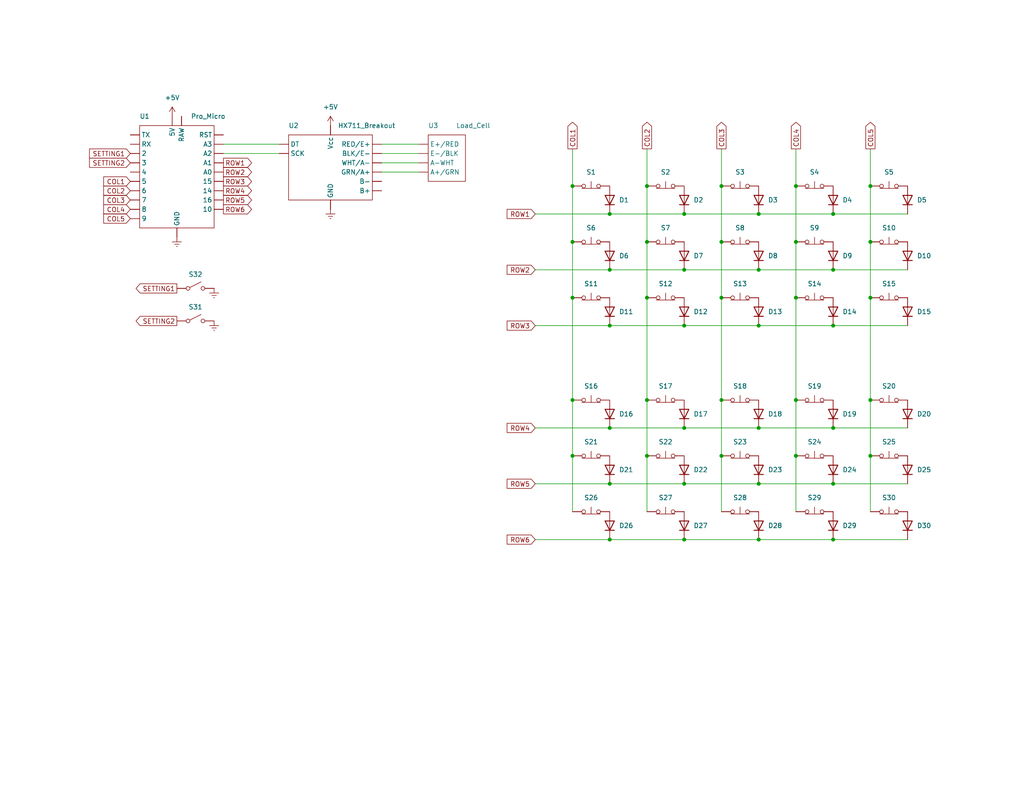
<source format=kicad_sch>
(kicad_sch (version 20211123) (generator eeschema)
  (paper "USLetter")
  (title_block (title "Midi Concertina") (rev "1"))
  (lib_symbols
    (symbol "Diode:1N4148" (pin_numbers hide) (pin_names (offset 1.016) hide)
      (property "Reference" "D" (at 0 2.54 0))
      (property "Value" "1N4148" (at 0 -2.54 0))
      (symbol "1N4148_0_1"
        (polyline (pts (xy -1.27 1.27) (xy -1.27 -1.27)) (stroke (width 0.254)))
        (polyline (pts (xy 1.27 0) (xy -1.27 0)))
        (polyline (pts (xy 1.27 1.27) (xy 1.27 -1.27) (xy -1.27 0) (xy 1.27 1.27)) (stroke (width 0.254)))
      )
      (symbol "1N4148_1_1"
        (pin passive line (at -3.81 0 0) (length 2.54) (name "K") (number "1"))
        (pin passive line (at 3.81 0 180) (length 2.54) (name "A") (number "2"))
      )
    )
    (symbol "MidiConcertinaParts:HX711_Breakout" (pin_numbers hide)
      (property "Reference" "U" (at -11.43 11.43 0))
      (property "Value" "HX711_Breakout" (at 2.54 11.43 0))
      (symbol "HX711_Breakout_0_1"
        (rectangle (start -11.43 8.89) (end 11.43 -8.89))
      )
      (symbol "HX711_Breakout_1_1"
        (pin power_in line (at 0 -11.43 90) (length 2.54) (name "GND") (number ""))
        (pin input line (at -13.97 3.81 0) (length 2.54) (name "SCK") (number ""))
        (pin power_in line (at 0 11.43 270) (length 2.54) (name "Vcc") (number ""))
        (pin input line (at 13.97 -1.27 180) (length 2.54) (name "GRN/A+") (number "A+"))
        (pin input line (at 13.97 1.27 180) (length 2.54) (name "WHT/A-") (number "A-"))
        (pin input line (at 13.97 -6.35 180) (length 2.54) (name "B+") (number "B+"))
        (pin input line (at 13.97 -3.81 180) (length 2.54) (name "B-") (number "B-"))
        (pin output line (at -13.97 6.35 0) (length 2.54) (name "DT") (number "DT"))
        (pin power_out line (at 13.97 6.35 180) (length 2.54) (name "RED/E+") (number "E+"))
        (pin power_out line (at 13.97 3.81 180) (length 2.54) (name "BLK/E-") (number "E-"))
      )
    )
    (symbol "MidiConcertinaParts:Load_Cell" (pin_numbers hide)
      (property "Reference" "U" (at -5.08 8.89 0))
      (property "Value" "Load_Cell" (at -5.08 -8.89 0))
      (symbol "Load_Cell_0_1"
        (rectangle (start -5.08 6.35) (end 5.08 -6.35))
      )
      (symbol "Load_Cell_1_1"
        (pin output line (at -7.62 -3.81 0) (length 2.54) (name "A+/GRN") (number ""))
        (pin output line (at -7.62 -1.27 0) (length 2.54) (name "A-WHT") (number ""))
        (pin power_in line (at -7.62 3.81 0) (length 2.54) (name "E+/RED") (number ""))
        (pin power_in line (at -7.62 1.27 0) (length 2.54) (name "E-/BLK") (number ""))
      )
    )
    (symbol "MidiConcertinaParts:Pro_Micro" (pin_numbers hide)
      (property "Reference" "U" (at 0 1.27 0))
      (property "Value" "Pro_Micro" (at 0 -1.27 0))
      (symbol "Pro_Micro_0_1"
        (rectangle (start -10.16 13.97) (end 10.16 -13.97))
      )
      (symbol "Pro_Micro_1_1"
        (pin bidirectional line (at 12.7 -8.89 180) (length 2.54) (name "10") (number "10"))
        (pin bidirectional line (at 12.7 -3.81 180) (length 2.54) (name "14") (number "14"))
        (pin bidirectional line (at 12.7 -1.27 180) (length 2.54) (name "15") (number "15"))
        (pin bidirectional line (at 12.7 -6.35 180) (length 2.54) (name "16") (number "16"))
        (pin bidirectional line (at -12.7 6.35 0) (length 2.54) (name "2") (number "2"))
        (pin bidirectional line (at -12.7 3.81 0) (length 2.54) (name "3") (number "3"))
        (pin bidirectional line (at -12.7 1.27 0) (length 2.54) (name "4") (number "4"))
        (pin bidirectional line (at -12.7 -1.27 0) (length 2.54) (name "5") (number "5"))
        (pin power_out line (at -1.27 16.51 270) (length 2.54) (name "5V") (number "5V"))
        (pin bidirectional line (at -12.7 -3.81 0) (length 2.54) (name "6") (number "6"))
        (pin bidirectional line (at -12.7 -6.35 0) (length 2.54) (name "7") (number "7"))
        (pin bidirectional line (at -12.7 -8.89 0) (length 2.54) (name "8") (number "8"))
        (pin bidirectional line (at -12.7 -11.43 0) (length 2.54) (name "9") (number "9"))
        (pin bidirectional line (at 12.7 1.27 180) (length 2.54) (name "A0") (number "A0"))
        (pin bidirectional line (at 12.7 3.81 180) (length 2.54) (name "A1") (number "A1"))
        (pin bidirectional line (at 12.7 6.35 180) (length 2.54) (name "A2") (number "A2"))
        (pin bidirectional line (at 12.7 8.89 180) (length 2.54) (name "A3") (number "A3"))
        (pin power_out line (at 0 -16.51 90) (length 2.54) (name "GND") (number "GND"))
        (pin power_out line (at 1.27 16.51 270) (length 2.54) (name "RAW") (number "RAW"))
        (pin bidirectional line (at 12.7 11.43 180) (length 2.54) (name "RST") (number "RST"))
        (pin bidirectional line (at -12.7 8.89 0) (length 2.54) (name "RX") (number "RX"))
        (pin bidirectional line (at -12.7 11.43 0) (length 2.54) (name "TX") (number "TX"))
      )
    )
    (symbol "Switch:SW_Push_Open" (pin_numbers hide) (pin_names (offset 1.016) hide)
      (property "Reference" "SW" (at 0 2.54 0))
      (property "Value" "SW_Push_Open" (at 0 -1.905 0))
      (symbol "SW_Push_Open_0_1"
        (circle (center -2.032 0) (radius 0.508))
        (polyline (pts (xy -2.54 -0.635) (xy 2.54 -0.635)))
        (polyline (pts (xy 0 -0.635) (xy 0 1.27)))
        (circle (center 2.032 0) (radius 0.508))
        (pin passive line (at -5.08 0 0) (length 2.54) (name "A") (number "1"))
      )
      (symbol "SW_Push_Open_1_1"
        (pin passive line (at 5.08 0 180) (length 2.54) (name "B") (number "2"))
      )
    )
    (symbol "Switch:SW_SPST" (pin_numbers hide) (pin_names (offset 0) hide)
      (property "Reference" "SW" (at 0 3.175 0))
      (property "Value" "SW_SPST" (at 0 -2.54 0))
      (symbol "SW_SPST_0_0"
        (circle (center -2.032 0) (radius 0.508))
        (polyline (pts (xy -1.524 0.254) (xy 1.524 1.778)))
        (circle (center 2.032 0) (radius 0.508))
      )
      (symbol "SW_SPST_1_1"
        (pin passive line (at -5.08 0 0) (length 2.54) (name "A") (number "1"))
        (pin passive line (at 5.08 0 180) (length 2.54) (name "B") (number "2"))
      )
    )
    (symbol "power:+5V" (power) (pin_names (offset 0))
      (property "Value" "+5V" (at 0 3.556 0))
      (symbol "+5V_0_1"
        (polyline (pts (xy -0.762 1.27) (xy 0 2.54)))
        (polyline (pts (xy 0 0) (xy 0 2.54)))
        (polyline (pts (xy 0 2.54) (xy 0.762 1.27)))
      )
      (symbol "+5V_1_1"
        (pin power_in line (at 0 0 90) (length 0) hide (name "+5V") (number "1"))
      )
    )
    (symbol "power:Earth" (power) (pin_names (offset 0))
      (symbol "Earth_0_1"
        (polyline (pts (xy -0.635 -1.905) (xy 0.635 -1.905)))
        (polyline (pts (xy -0.127 -2.54) (xy 0.127 -2.54)))
        (polyline (pts (xy 0 -1.27) (xy 0 0)))
        (polyline (pts (xy 1.27 -1.27) (xy -1.27 -1.27)))
      )
      (symbol "Earth_1_1"
        (pin power_in line (at 0 0 270) (length 0) hide (name "Earth") (number "1"))
      )
    )
  )
  (junction (at 207.01 73.66))
  (junction (at 176.53 81.28))
  (junction (at 186.69 116.84))
  (junction (at 237.49 124.46))
  (junction (at 196.85 124.46))
  (junction (at 156.21 124.46))
  (junction (at 237.49 66.04))
  (junction (at 156.21 81.28))
  (junction (at 186.69 73.66))
  (junction (at 207.01 132.08))
  (junction (at 166.37 147.32))
  (junction (at 196.85 50.8))
  (junction (at 227.33 147.32))
  (junction (at 196.85 109.22))
  (junction (at 196.85 66.04))
  (junction (at 217.17 124.46))
  (junction (at 207.01 116.84))
  (junction (at 166.37 116.84))
  (junction (at 156.21 109.22))
  (junction (at 207.01 88.9))
  (junction (at 186.69 58.42))
  (junction (at 186.69 147.32))
  (junction (at 156.21 50.8))
  (junction (at 207.01 58.42))
  (junction (at 186.69 132.08))
  (junction (at 207.01 147.32))
  (junction (at 237.49 50.8))
  (junction (at 166.37 58.42))
  (junction (at 237.49 81.28))
  (junction (at 156.21 66.04))
  (junction (at 217.17 66.04))
  (junction (at 227.33 88.9))
  (junction (at 166.37 88.9))
  (junction (at 176.53 50.8))
  (junction (at 227.33 58.42))
  (junction (at 217.17 50.8))
  (junction (at 227.33 73.66))
  (junction (at 227.33 132.08))
  (junction (at 227.33 116.84))
  (junction (at 186.69 88.9))
  (junction (at 176.53 124.46))
  (junction (at 176.53 109.22))
  (junction (at 166.37 132.08))
  (junction (at 217.17 81.28))
  (junction (at 166.37 73.66))
  (junction (at 217.17 109.22))
  (junction (at 196.85 81.28))
  (junction (at 176.53 66.04))
  (junction (at 237.49 109.22))
  (wire (pts (xy 227.33 147.32) (xy 247.65 147.32)))
  (wire (pts (xy 146.05 116.84) (xy 166.37 116.84)))
  (wire (pts (xy 186.69 116.84) (xy 207.01 116.84)))
  (wire (pts (xy 237.49 109.22) (xy 237.49 124.46)))
  (wire (pts (xy 114.3 41.91) (xy 104.14 41.91)))
  (wire (pts (xy 196.85 81.28) (xy 196.85 109.22)))
  (wire (pts (xy 176.53 124.46) (xy 176.53 139.7)))
  (wire (pts (xy 227.33 58.42) (xy 247.65 58.42)))
  (wire (pts (xy 237.49 40.64) (xy 237.49 50.8)))
  (wire (pts (xy 114.3 44.45) (xy 104.14 44.45)))
  (wire (pts (xy 207.01 88.9) (xy 227.33 88.9)))
  (wire (pts (xy 156.21 81.28) (xy 156.21 109.22)))
  (wire (pts (xy 176.53 50.8) (xy 176.53 66.04)))
  (wire (pts (xy 207.01 132.08) (xy 227.33 132.08)))
  (wire (pts (xy 114.3 39.37) (xy 104.14 39.37)))
  (wire (pts (xy 217.17 109.22) (xy 217.17 124.46)))
  (wire (pts (xy 146.05 132.08) (xy 166.37 132.08)))
  (wire (pts (xy 237.49 50.8) (xy 237.49 66.04)))
  (wire (pts (xy 237.49 66.04) (xy 237.49 81.28)))
  (wire (pts (xy 166.37 147.32) (xy 186.69 147.32)))
  (wire (pts (xy 186.69 132.08) (xy 207.01 132.08)))
  (wire (pts (xy 146.05 58.42) (xy 166.37 58.42)))
  (wire (pts (xy 146.05 88.9) (xy 166.37 88.9)))
  (wire (pts (xy 176.53 40.64) (xy 176.53 50.8)))
  (wire (pts (xy 227.33 132.08) (xy 247.65 132.08)))
  (wire (pts (xy 156.21 124.46) (xy 156.21 139.7)))
  (wire (pts (xy 227.33 73.66) (xy 247.65 73.66)))
  (wire (pts (xy 114.3 46.99) (xy 104.14 46.99)))
  (wire (pts (xy 207.01 58.42) (xy 227.33 58.42)))
  (wire (pts (xy 217.17 124.46) (xy 217.17 139.7)))
  (wire (pts (xy 146.05 147.32) (xy 166.37 147.32)))
  (wire (pts (xy 186.69 58.42) (xy 207.01 58.42)))
  (wire (pts (xy 60.96 39.37) (xy 76.2 39.37)))
  (wire (pts (xy 156.21 66.04) (xy 156.21 81.28)))
  (wire (pts (xy 60.96 41.91) (xy 76.2 41.91)))
  (wire (pts (xy 166.37 73.66) (xy 186.69 73.66)))
  (wire (pts (xy 176.53 109.22) (xy 176.53 124.46)))
  (wire (pts (xy 217.17 81.28) (xy 217.17 109.22)))
  (wire (pts (xy 166.37 88.9) (xy 186.69 88.9)))
  (wire (pts (xy 217.17 50.8) (xy 217.17 66.04)))
  (wire (pts (xy 196.85 50.8) (xy 196.85 66.04)))
  (wire (pts (xy 207.01 73.66) (xy 227.33 73.66)))
  (wire (pts (xy 237.49 124.46) (xy 237.49 139.7)))
  (wire (pts (xy 176.53 81.28) (xy 176.53 109.22)))
  (wire (pts (xy 196.85 66.04) (xy 196.85 81.28)))
  (wire (pts (xy 186.69 73.66) (xy 207.01 73.66)))
  (wire (pts (xy 217.17 66.04) (xy 217.17 81.28)))
  (wire (pts (xy 207.01 116.84) (xy 227.33 116.84)))
  (wire (pts (xy 207.01 147.32) (xy 227.33 147.32)))
  (wire (pts (xy 227.33 88.9) (xy 247.65 88.9)))
  (wire (pts (xy 186.69 147.32) (xy 207.01 147.32)))
  (wire (pts (xy 156.21 50.8) (xy 156.21 66.04)))
  (wire (pts (xy 196.85 109.22) (xy 196.85 124.46)))
  (wire (pts (xy 196.85 40.64) (xy 196.85 50.8)))
  (wire (pts (xy 176.53 66.04) (xy 176.53 81.28)))
  (wire (pts (xy 227.33 116.84) (xy 247.65 116.84)))
  (wire (pts (xy 186.69 88.9) (xy 207.01 88.9)))
  (wire (pts (xy 217.17 40.64) (xy 217.17 50.8)))
  (wire (pts (xy 156.21 109.22) (xy 156.21 124.46)))
  (wire (pts (xy 196.85 124.46) (xy 196.85 139.7)))
  (wire (pts (xy 146.05 73.66) (xy 166.37 73.66)))
  (wire (pts (xy 237.49 81.28) (xy 237.49 109.22)))
  (wire (pts (xy 166.37 132.08) (xy 186.69 132.08)))
  (wire (pts (xy 156.21 40.64) (xy 156.21 50.8)))
  (wire (pts (xy 166.37 58.42) (xy 186.69 58.42)))
  (wire (pts (xy 166.37 116.84) (xy 186.69 116.84)))
  (global_label "COL2" (shape output) (at 176.53 40.64 90) (property "Intersheet References" "${INTERSHEET_REFS}" (effects hide)))
  (global_label "COL1" (shape output) (at 156.21 40.64 90) (property "Intersheet References" "${INTERSHEET_REFS}" (effects hide)))
  (global_label "ROW1" (shape output) (at 60.96 44.45 0) (property "Intersheet References" "${INTERSHEET_REFS}" (effects hide)))
  (global_label "ROW5" (shape input) (at 146.05 132.08 180) (property "Intersheet References" "${INTERSHEET_REFS}" (effects hide)))
  (global_label "ROW5" (shape output) (at 60.96 54.61 0) (property "Intersheet References" "${INTERSHEET_REFS}" (effects hide)))
  (global_label "SETTING1" (shape output) (at 48.26 78.74 180) (property "Intersheet References" "${INTERSHEET_REFS}" (effects hide)))
  (global_label "ROW2" (shape output) (at 60.96 46.99 0) (property "Intersheet References" "${INTERSHEET_REFS}" (effects hide)))
  (global_label "COL4" (shape output) (at 217.17 40.64 90) (property "Intersheet References" "${INTERSHEET_REFS}" (effects hide)))
  (global_label "ROW2" (shape input) (at 146.05 73.66 180) (property "Intersheet References" "${INTERSHEET_REFS}" (effects hide)))
  (global_label "COL5" (shape output) (at 237.49 40.64 90) (property "Intersheet References" "${INTERSHEET_REFS}" (effects hide)))
  (global_label "COL1" (shape input) (at 35.56 49.53 180) (property "Intersheet References" "${INTERSHEET_REFS}" (effects hide)))
  (global_label "SETTING2" (shape input) (at 35.56 44.45 180) (property "Intersheet References" "${INTERSHEET_REFS}" (effects hide)))
  (global_label "ROW1" (shape input) (at 146.05 58.42 180) (property "Intersheet References" "${INTERSHEET_REFS}" (effects hide)))
  (global_label "COL3" (shape output) (at 196.85 40.64 90) (property "Intersheet References" "${INTERSHEET_REFS}" (effects hide)))
  (global_label "ROW4" (shape input) (at 146.05 116.84 180) (property "Intersheet References" "${INTERSHEET_REFS}" (effects hide)))
  (global_label "COL3" (shape input) (at 35.56 54.61 180) (property "Intersheet References" "${INTERSHEET_REFS}" (effects hide)))
  (global_label "SETTING1" (shape input) (at 35.56 41.91 180) (property "Intersheet References" "${INTERSHEET_REFS}" (effects hide)))
  (global_label "ROW3" (shape output) (at 60.96 49.53 0) (property "Intersheet References" "${INTERSHEET_REFS}" (effects hide)))
  (global_label "ROW6" (shape output) (at 60.96 57.15 0) (property "Intersheet References" "${INTERSHEET_REFS}" (effects hide)))
  (global_label "COL2" (shape input) (at 35.56 52.07 180) (property "Intersheet References" "${INTERSHEET_REFS}" (effects hide)))
  (global_label "COL4" (shape input) (at 35.56 57.15 180) (property "Intersheet References" "${INTERSHEET_REFS}" (effects hide)))
  (global_label "SETTING2" (shape output) (at 48.26 87.63 180) (property "Intersheet References" "${INTERSHEET_REFS}" (effects hide)))
  (global_label "ROW6" (shape input) (at 146.05 147.32 180) (property "Intersheet References" "${INTERSHEET_REFS}" (effects hide)))
  (global_label "ROW3" (shape input) (at 146.05 88.9 180) (property "Intersheet References" "${INTERSHEET_REFS}" (effects hide)))
  (global_label "COL5" (shape input) (at 35.56 59.69 180) (property "Intersheet References" "${INTERSHEET_REFS}" (effects hide)))
  (global_label "ROW4" (shape output) (at 60.96 52.07 0) (property "Intersheet References" "${INTERSHEET_REFS}" (effects hide)))
  (symbol (lib_id "Switch:SW_Push_Open") (at 222.25 66.04 0) (unit 1)
    (property "Reference" "S9" (at 222.25 62.23 0))
    (property "Value" "SW_Push_Open" (effects hide))
  )
  (symbol (lib_id "Diode:1N4148") (at 227.33 143.51 90) (unit 1)
    (property "Reference" "D29" (at 229.87 143.5099 90) (effects (justify right)))
    (property "Value" "1N4148" (effects hide))
    (property "Footprint" "Diode_THT:D_DO-35_SOD27_P7.62mm_Horizontal" (effects hide))
    (property "Datasheet" "https://assets.nexperia.com/documents/data-sheet/1N4148_1N4448.pdf" (effects hide))
  )
  (symbol (lib_id "Switch:SW_Push_Open") (at 242.57 109.22 0) (unit 1)
    (property "Reference" "S20" (at 242.57 105.41 0))
    (property "Value" "SW_Push_Open" (effects hide))
  )
  (symbol (lib_id "Diode:1N4148") (at 247.65 54.61 90) (unit 1)
    (property "Reference" "D5" (at 250.19 54.6099 90) (effects (justify right)))
    (property "Value" "1N4148" (effects hide))
    (property "Footprint" "Diode_THT:D_DO-35_SOD27_P7.62mm_Horizontal" (effects hide))
    (property "Datasheet" "https://assets.nexperia.com/documents/data-sheet/1N4148_1N4448.pdf" (effects hide))
  )
  (symbol (lib_id "Switch:SW_Push_Open") (at 222.25 124.46 0) (unit 1)
    (property "Reference" "S24" (at 222.25 120.65 0))
    (property "Value" "SW_Push_Open" (effects hide))
  )
  (symbol (lib_id "Switch:SW_Push_Open") (at 161.29 50.8 0) (unit 1)
    (property "Reference" "S1" (at 161.29 46.99 0))
    (property "Value" "SW_Push_Open" (effects hide))
  )
  (symbol (lib_id "Diode:1N4148") (at 207.01 128.27 90) (unit 1)
    (property "Reference" "D23" (at 209.55 128.2699 90) (effects (justify right)))
    (property "Value" "1N4148" (effects hide))
    (property "Footprint" "Diode_THT:D_DO-35_SOD27_P7.62mm_Horizontal" (effects hide))
    (property "Datasheet" "https://assets.nexperia.com/documents/data-sheet/1N4148_1N4448.pdf" (effects hide))
  )
  (symbol (lib_id "Diode:1N4148") (at 166.37 128.27 90) (unit 1)
    (property "Reference" "D21" (at 168.91 128.2699 90) (effects (justify right)))
    (property "Value" "1N4148" (effects hide))
    (property "Footprint" "Diode_THT:D_DO-35_SOD27_P7.62mm_Horizontal" (effects hide))
    (property "Datasheet" "https://assets.nexperia.com/documents/data-sheet/1N4148_1N4448.pdf" (effects hide))
  )
  (symbol (lib_id "power:Earth") (at 58.42 87.63 0) (unit 1)
    (property "Reference" "#PWR?" (effects hide))
    (property "Value" "Earth" (effects hide))
  )
  (symbol (lib_id "Diode:1N4148") (at 227.33 54.61 90) (unit 1)
    (property "Reference" "D4" (at 229.87 54.6099 90) (effects (justify right)))
    (property "Value" "1N4148" (effects hide))
    (property "Footprint" "Diode_THT:D_DO-35_SOD27_P7.62mm_Horizontal" (effects hide))
    (property "Datasheet" "https://assets.nexperia.com/documents/data-sheet/1N4148_1N4448.pdf" (effects hide))
  )
  (symbol (lib_id "power:+5V") (at 46.99 31.75 0) (unit 1)
    (property "Reference" "#PWR?" (effects hide))
    (property "Value" "+5V" (at 46.99 26.67 0))
  )
  (symbol (lib_id "Switch:SW_Push_Open") (at 222.25 139.7 0) (unit 1)
    (property "Reference" "S29" (at 222.25 135.89 0))
    (property "Value" "SW_Push_Open" (effects hide))
  )
  (symbol (lib_id "Switch:SW_Push_Open") (at 201.93 139.7 0) (unit 1)
    (property "Reference" "S28" (at 201.93 135.89 0))
    (property "Value" "SW_Push_Open" (effects hide))
  )
  (symbol (lib_id "Switch:SW_Push_Open") (at 201.93 50.8 0) (unit 1)
    (property "Reference" "S3" (at 201.93 46.99 0))
    (property "Value" "SW_Push_Open" (effects hide))
  )
  (symbol (lib_id "MidiConcertinaParts:Pro_Micro") (at 48.26 48.26 0) (unit 1)
    (property "Reference" "U1" (at 38.1 31.75 0) (effects (justify left)))
    (property "Value" "Pro_Micro" (at 52.07 31.75 0) (effects (justify left)))
  )
  (symbol (lib_id "Switch:SW_Push_Open") (at 201.93 81.28 0) (unit 1)
    (property "Reference" "S13" (at 201.93 77.47 0))
    (property "Value" "SW_Push_Open" (effects hide))
  )
  (symbol (lib_id "Diode:1N4148") (at 186.69 128.27 90) (unit 1)
    (property "Reference" "D22" (at 189.23 128.2699 90) (effects (justify right)))
    (property "Value" "1N4148" (effects hide))
    (property "Footprint" "Diode_THT:D_DO-35_SOD27_P7.62mm_Horizontal" (effects hide))
    (property "Datasheet" "https://assets.nexperia.com/documents/data-sheet/1N4148_1N4448.pdf" (effects hide))
  )
  (symbol (lib_id "Switch:SW_Push_Open") (at 242.57 139.7 0) (unit 1)
    (property "Reference" "S30" (at 242.57 135.89 0))
    (property "Value" "SW_Push_Open" (effects hide))
  )
  (symbol (lib_id "Diode:1N4148") (at 166.37 54.61 90) (unit 1)
    (property "Reference" "D1" (at 168.91 54.6099 90) (effects (justify right)))
    (property "Value" "1N4148" (effects hide))
    (property "Footprint" "Diode_THT:D_DO-35_SOD27_P7.62mm_Horizontal" (effects hide))
    (property "Datasheet" "https://assets.nexperia.com/documents/data-sheet/1N4148_1N4448.pdf" (effects hide))
  )
  (symbol (lib_id "Diode:1N4148") (at 247.65 128.27 90) (unit 1)
    (property "Reference" "D25" (at 250.19 128.2699 90) (effects (justify right)))
    (property "Value" "1N4148" (effects hide))
    (property "Footprint" "Diode_THT:D_DO-35_SOD27_P7.62mm_Horizontal" (effects hide))
    (property "Datasheet" "https://assets.nexperia.com/documents/data-sheet/1N4148_1N4448.pdf" (effects hide))
  )
  (symbol (lib_id "Diode:1N4148") (at 186.69 54.61 90) (unit 1)
    (property "Reference" "D2" (at 189.23 54.6099 90) (effects (justify right)))
    (property "Value" "1N4148" (effects hide))
    (property "Footprint" "Diode_THT:D_DO-35_SOD27_P7.62mm_Horizontal" (effects hide))
    (property "Datasheet" "https://assets.nexperia.com/documents/data-sheet/1N4148_1N4448.pdf" (effects hide))
  )
  (symbol (lib_id "Switch:SW_Push_Open") (at 222.25 109.22 0) (unit 1)
    (property "Reference" "S19" (at 222.25 105.41 0))
    (property "Value" "SW_Push_Open" (effects hide))
  )
  (symbol (lib_id "Diode:1N4148") (at 247.65 85.09 90) (unit 1)
    (property "Reference" "D15" (at 250.19 85.0899 90) (effects (justify right)))
    (property "Value" "1N4148" (effects hide))
    (property "Footprint" "Diode_THT:D_DO-35_SOD27_P7.62mm_Horizontal" (effects hide))
    (property "Datasheet" "https://assets.nexperia.com/documents/data-sheet/1N4148_1N4448.pdf" (effects hide))
  )
  (symbol (lib_id "Switch:SW_Push_Open") (at 181.61 109.22 0) (unit 1)
    (property "Reference" "S17" (at 181.61 105.41 0))
    (property "Value" "SW_Push_Open" (effects hide))
  )
  (symbol (lib_id "Switch:SW_Push_Open") (at 222.25 50.8 0) (unit 1)
    (property "Reference" "S4" (at 222.25 46.99 0))
    (property "Value" "SW_Push_Open" (effects hide))
  )
  (symbol (lib_id "Switch:SW_Push_Open") (at 161.29 124.46 0) (unit 1)
    (property "Reference" "S21" (at 161.29 120.65 0))
    (property "Value" "SW_Push_Open" (effects hide))
  )
  (symbol (lib_id "Switch:SW_Push_Open") (at 161.29 81.28 0) (unit 1)
    (property "Reference" "S11" (at 161.29 77.47 0))
    (property "Value" "SW_Push_Open" (effects hide))
  )
  (symbol (lib_id "Diode:1N4148") (at 207.01 113.03 90) (unit 1)
    (property "Reference" "D18" (at 209.55 113.0299 90) (effects (justify right)))
    (property "Value" "1N4148" (effects hide))
    (property "Footprint" "Diode_THT:D_DO-35_SOD27_P7.62mm_Horizontal" (effects hide))
    (property "Datasheet" "https://assets.nexperia.com/documents/data-sheet/1N4148_1N4448.pdf" (effects hide))
  )
  (symbol (lib_id "Switch:SW_Push_Open") (at 222.25 81.28 0) (unit 1)
    (property "Reference" "S14" (at 222.25 77.47 0))
    (property "Value" "SW_Push_Open" (effects hide))
  )
  (symbol (lib_id "Switch:SW_Push_Open") (at 201.93 124.46 0) (unit 1)
    (property "Reference" "S23" (at 201.93 120.65 0))
    (property "Value" "SW_Push_Open" (effects hide))
  )
  (symbol (lib_id "Diode:1N4148") (at 186.69 69.85 90) (unit 1)
    (property "Reference" "D7" (at 189.23 69.8499 90) (effects (justify right)))
    (property "Value" "1N4148" (effects hide))
    (property "Footprint" "Diode_THT:D_DO-35_SOD27_P7.62mm_Horizontal" (effects hide))
    (property "Datasheet" "https://assets.nexperia.com/documents/data-sheet/1N4148_1N4448.pdf" (effects hide))
  )
  (symbol (lib_id "Switch:SW_Push_Open") (at 161.29 66.04 0) (unit 1)
    (property "Reference" "S6" (at 161.29 62.23 0))
    (property "Value" "SW_Push_Open" (effects hide))
  )
  (symbol (lib_id "Diode:1N4148") (at 247.65 113.03 90) (unit 1)
    (property "Reference" "D20" (at 250.19 113.0299 90) (effects (justify right)))
    (property "Value" "1N4148" (effects hide))
    (property "Footprint" "Diode_THT:D_DO-35_SOD27_P7.62mm_Horizontal" (effects hide))
    (property "Datasheet" "https://assets.nexperia.com/documents/data-sheet/1N4148_1N4448.pdf" (effects hide))
  )
  (symbol (lib_id "Switch:SW_Push_Open") (at 181.61 50.8 0) (unit 1)
    (property "Reference" "S2" (at 181.61 46.99 0))
    (property "Value" "SW_Push_Open" (effects hide))
  )
  (symbol (lib_id "Diode:1N4148") (at 207.01 85.09 90) (unit 1)
    (property "Reference" "D13" (at 209.55 85.0899 90) (effects (justify right)))
    (property "Value" "1N4148" (effects hide))
    (property "Footprint" "Diode_THT:D_DO-35_SOD27_P7.62mm_Horizontal" (effects hide))
    (property "Datasheet" "https://assets.nexperia.com/documents/data-sheet/1N4148_1N4448.pdf" (effects hide))
  )
  (symbol (lib_id "MidiConcertinaParts:Load_Cell") (at 121.92 43.18 0) (unit 1)
    (property "Reference" "U3" (at 116.84 34.29 0) (effects (justify left)))
    (property "Value" "Load_Cell" (at 124.46 34.29 0) (effects (justify left)))
  )
  (symbol (lib_id "Switch:SW_Push_Open") (at 242.57 50.8 0) (unit 1)
    (property "Reference" "S5" (at 242.57 46.99 0))
    (property "Value" "SW_Push_Open" (effects hide))
  )
  (symbol (lib_id "Switch:SW_SPST") (at 53.34 87.63 0) (unit 1)
    (property "Reference" "S31" (at 53.34 83.82 0))
    (property "Value" "SW_SPST" (effects hide))
  )
  (symbol (lib_id "Diode:1N4148") (at 227.33 128.27 90) (unit 1)
    (property "Reference" "D24" (at 229.87 128.2699 90) (effects (justify right)))
    (property "Value" "1N4148" (effects hide))
    (property "Footprint" "Diode_THT:D_DO-35_SOD27_P7.62mm_Horizontal" (effects hide))
    (property "Datasheet" "https://assets.nexperia.com/documents/data-sheet/1N4148_1N4448.pdf" (effects hide))
  )
  (symbol (lib_id "Switch:SW_Push_Open") (at 201.93 109.22 0) (unit 1)
    (property "Reference" "S18" (at 201.93 105.41 0))
    (property "Value" "SW_Push_Open" (effects hide))
  )
  (symbol (lib_id "Switch:SW_Push_Open") (at 181.61 81.28 0) (unit 1)
    (property "Reference" "S12" (at 181.61 77.47 0))
    (property "Value" "SW_Push_Open" (effects hide))
  )
  (symbol (lib_id "Diode:1N4148") (at 207.01 54.61 90) (unit 1)
    (property "Reference" "D3" (at 209.55 54.6099 90) (effects (justify right)))
    (property "Value" "1N4148" (effects hide))
    (property "Footprint" "Diode_THT:D_DO-35_SOD27_P7.62mm_Horizontal" (effects hide))
    (property "Datasheet" "https://assets.nexperia.com/documents/data-sheet/1N4148_1N4448.pdf" (effects hide))
  )
  (symbol (lib_id "Diode:1N4148") (at 186.69 113.03 90) (unit 1)
    (property "Reference" "D17" (at 189.23 113.0299 90) (effects (justify right)))
    (property "Value" "1N4148" (effects hide))
    (property "Footprint" "Diode_THT:D_DO-35_SOD27_P7.62mm_Horizontal" (effects hide))
    (property "Datasheet" "https://assets.nexperia.com/documents/data-sheet/1N4148_1N4448.pdf" (effects hide))
  )
  (symbol (lib_id "Switch:SW_Push_Open") (at 181.61 139.7 0) (unit 1)
    (property "Reference" "S27" (at 181.61 135.89 0))
    (property "Value" "SW_Push_Open" (effects hide))
  )
  (symbol (lib_id "Switch:SW_Push_Open") (at 161.29 109.22 0) (unit 1)
    (property "Reference" "S16" (at 161.29 105.41 0))
    (property "Value" "SW_Push_Open" (effects hide))
  )
  (symbol (lib_id "Diode:1N4148") (at 227.33 85.09 90) (unit 1)
    (property "Reference" "D14" (at 229.87 85.0899 90) (effects (justify right)))
    (property "Value" "1N4148" (effects hide))
    (property "Footprint" "Diode_THT:D_DO-35_SOD27_P7.62mm_Horizontal" (effects hide))
    (property "Datasheet" "https://assets.nexperia.com/documents/data-sheet/1N4148_1N4448.pdf" (effects hide))
  )
  (symbol (lib_id "Switch:SW_Push_Open") (at 181.61 124.46 0) (unit 1)
    (property "Reference" "S22" (at 181.61 120.65 0))
    (property "Value" "SW_Push_Open" (effects hide))
  )
  (symbol (lib_id "Diode:1N4148") (at 227.33 113.03 90) (unit 1)
    (property "Reference" "D19" (at 229.87 113.0299 90) (effects (justify right)))
    (property "Value" "1N4148" (effects hide))
    (property "Footprint" "Diode_THT:D_DO-35_SOD27_P7.62mm_Horizontal" (effects hide))
    (property "Datasheet" "https://assets.nexperia.com/documents/data-sheet/1N4148_1N4448.pdf" (effects hide))
  )
  (symbol (lib_id "Switch:SW_Push_Open") (at 242.57 66.04 0) (unit 1)
    (property "Reference" "S10" (at 242.57 62.23 0))
    (property "Value" "SW_Push_Open" (effects hide))
  )
  (symbol (lib_id "Switch:SW_SPST") (at 53.34 78.74 0) (unit 1)
    (property "Reference" "S32" (at 53.34 74.93 0))
    (property "Value" "SW_SPST" (effects hide))
  )
  (symbol (lib_id "power:+5V") (at 90.17 34.29 0) (unit 1)
    (property "Reference" "#PWR?" (effects hide))
    (property "Value" "+5V" (at 90.17 29.21 0))
  )
  (symbol (lib_id "power:Earth") (at 58.42 78.74 0) (unit 1)
    (property "Reference" "#PWR?" (effects hide))
    (property "Value" "Earth" (effects hide))
  )
  (symbol (lib_id "Diode:1N4148") (at 186.69 143.51 90) (unit 1)
    (property "Reference" "D27" (at 189.23 143.5099 90) (effects (justify right)))
    (property "Value" "1N4148" (effects hide))
    (property "Footprint" "Diode_THT:D_DO-35_SOD27_P7.62mm_Horizontal" (effects hide))
    (property "Datasheet" "https://assets.nexperia.com/documents/data-sheet/1N4148_1N4448.pdf" (effects hide))
  )
  (symbol (lib_id "Diode:1N4148") (at 166.37 85.09 90) (unit 1)
    (property "Reference" "D11" (at 168.91 85.0899 90) (effects (justify right)))
    (property "Value" "1N4148" (effects hide))
    (property "Footprint" "Diode_THT:D_DO-35_SOD27_P7.62mm_Horizontal" (effects hide))
    (property "Datasheet" "https://assets.nexperia.com/documents/data-sheet/1N4148_1N4448.pdf" (effects hide))
  )
  (symbol (lib_id "Diode:1N4148") (at 207.01 143.51 90) (unit 1)
    (property "Reference" "D28" (at 209.55 143.5099 90) (effects (justify right)))
    (property "Value" "1N4148" (effects hide))
    (property "Footprint" "Diode_THT:D_DO-35_SOD27_P7.62mm_Horizontal" (effects hide))
    (property "Datasheet" "https://assets.nexperia.com/documents/data-sheet/1N4148_1N4448.pdf" (effects hide))
  )
  (symbol (lib_id "Switch:SW_Push_Open") (at 161.29 139.7 0) (unit 1)
    (property "Reference" "S26" (at 161.29 135.89 0))
    (property "Value" "SW_Push_Open" (effects hide))
  )
  (symbol (lib_id "Diode:1N4148") (at 247.65 69.85 90) (unit 1)
    (property "Reference" "D10" (at 250.19 69.8499 90) (effects (justify right)))
    (property "Value" "1N4148" (effects hide))
    (property "Footprint" "Diode_THT:D_DO-35_SOD27_P7.62mm_Horizontal" (effects hide))
    (property "Datasheet" "https://assets.nexperia.com/documents/data-sheet/1N4148_1N4448.pdf" (effects hide))
  )
  (symbol (lib_id "Diode:1N4148") (at 247.65 143.51 90) (unit 1)
    (property "Reference" "D30" (at 250.19 143.5099 90) (effects (justify right)))
    (property "Value" "1N4148" (effects hide))
    (property "Footprint" "Diode_THT:D_DO-35_SOD27_P7.62mm_Horizontal" (effects hide))
    (property "Datasheet" "https://assets.nexperia.com/documents/data-sheet/1N4148_1N4448.pdf" (effects hide))
  )
  (symbol (lib_id "Switch:SW_Push_Open") (at 201.93 66.04 0) (unit 1)
    (property "Reference" "S8" (at 201.93 62.23 0))
    (property "Value" "SW_Push_Open" (effects hide))
  )
  (symbol (lib_id "Diode:1N4148") (at 207.01 69.85 90) (unit 1)
    (property "Reference" "D8" (at 209.55 69.8499 90) (effects (justify right)))
    (property "Value" "1N4148" (effects hide))
    (property "Footprint" "Diode_THT:D_DO-35_SOD27_P7.62mm_Horizontal" (effects hide))
    (property "Datasheet" "https://assets.nexperia.com/documents/data-sheet/1N4148_1N4448.pdf" (effects hide))
  )
  (symbol (lib_id "Switch:SW_Push_Open") (at 242.57 124.46 0) (unit 1)
    (property "Reference" "S25" (at 242.57 120.65 0))
    (property "Value" "SW_Push_Open" (effects hide))
  )
  (symbol (lib_id "Switch:SW_Push_Open") (at 242.57 81.28 0) (unit 1)
    (property "Reference" "S15" (at 242.57 77.47 0))
    (property "Value" "SW_Push_Open" (effects hide))
  )
  (symbol (lib_id "Diode:1N4148") (at 186.69 85.09 90) (unit 1)
    (property "Reference" "D12" (at 189.23 85.0899 90) (effects (justify right)))
    (property "Value" "1N4148" (effects hide))
    (property "Footprint" "Diode_THT:D_DO-35_SOD27_P7.62mm_Horizontal" (effects hide))
    (property "Datasheet" "https://assets.nexperia.com/documents/data-sheet/1N4148_1N4448.pdf" (effects hide))
  )
  (symbol (lib_id "Diode:1N4148") (at 166.37 113.03 90) (unit 1)
    (property "Reference" "D16" (at 168.91 113.0299 90) (effects (justify right)))
    (property "Value" "1N4148" (effects hide))
    (property "Footprint" "Diode_THT:D_DO-35_SOD27_P7.62mm_Horizontal" (effects hide))
    (property "Datasheet" "https://assets.nexperia.com/documents/data-sheet/1N4148_1N4448.pdf" (effects hide))
  )
  (symbol (lib_id "MidiConcertinaParts:HX711_Breakout") (at 90.17 45.72 0) (unit 1)
    (property "Reference" "U2" (at 78.74 34.29 0) (effects (justify left)))
    (property "Value" "HX711_Breakout" (at 92.1894 34.29 0) (effects (justify left)))
  )
  (symbol (lib_id "Diode:1N4148") (at 166.37 143.51 90) (unit 1)
    (property "Reference" "D26" (at 168.91 143.5099 90) (effects (justify right)))
    (property "Value" "1N4148" (effects hide))
    (property "Footprint" "Diode_THT:D_DO-35_SOD27_P7.62mm_Horizontal" (effects hide))
    (property "Datasheet" "https://assets.nexperia.com/documents/data-sheet/1N4148_1N4448.pdf" (effects hide))
  )
  (symbol (lib_id "power:Earth") (at 48.26 64.77 0) (unit 1)
    (property "Reference" "#PWR?" (effects hide))
    (property "Value" "Earth" (effects hide))
  )
  (symbol (lib_id "Diode:1N4148") (at 166.37 69.85 90) (unit 1)
    (property "Reference" "D6" (at 168.91 69.8499 90) (effects (justify right)))
    (property "Value" "1N4148" (effects hide))
    (property "Footprint" "Diode_THT:D_DO-35_SOD27_P7.62mm_Horizontal" (effects hide))
    (property "Datasheet" "https://assets.nexperia.com/documents/data-sheet/1N4148_1N4448.pdf" (effects hide))
  )
  (symbol (lib_id "Switch:SW_Push_Open") (at 181.61 66.04 0) (unit 1)
    (property "Reference" "S7" (at 181.61 62.23 0))
    (property "Value" "SW_Push_Open" (effects hide))
  )
  (symbol (lib_id "Diode:1N4148") (at 227.33 69.85 90) (unit 1)
    (property "Reference" "D9" (at 229.87 69.8499 90) (effects (justify right)))
    (property "Value" "1N4148" (effects hide))
    (property "Footprint" "Diode_THT:D_DO-35_SOD27_P7.62mm_Horizontal" (effects hide))
    (property "Datasheet" "https://assets.nexperia.com/documents/data-sheet/1N4148_1N4448.pdf" (effects hide))
  )
  (symbol (lib_id "power:Earth") (at 90.17 57.15 0) (unit 1)
    (property "Reference" "#PWR?" (effects hide))
    (property "Value" "Earth" (effects hide))
  )
)
</source>
